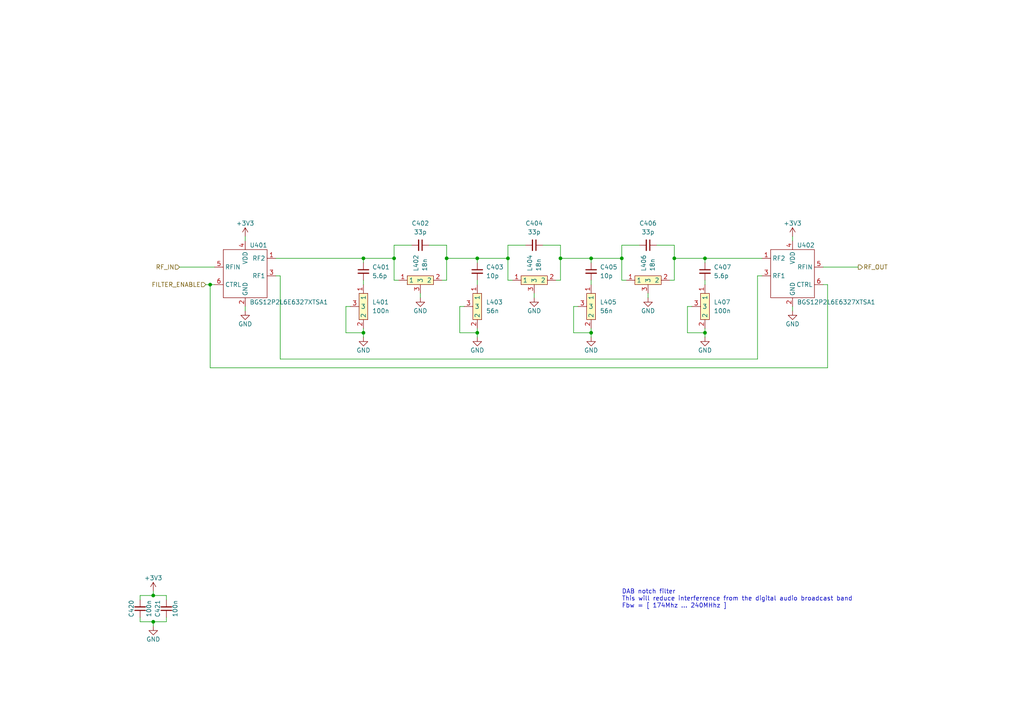
<source format=kicad_sch>
(kicad_sch (version 20211123) (generator eeschema)
  (paper "A4")
  (lib_symbols
    (symbol "Device:C_Small" (pin_numbers hide) (pin_names (offset 0.254) hide)
      (property "Reference" "C" (at 0.254 1.778 0))
      (property "Value" "C_Small" (at 0.254 -2.032 0))
      (symbol "C_Small_0_1"
        (polyline (pts (xy -1.524 -0.508) (xy 1.524 -0.508)) (stroke (width 0.3302)))
        (polyline (pts (xy -1.524 0.508) (xy 1.524 0.508)) (stroke (width 0.3048)))
      )
      (symbol "C_Small_1_1"
        (pin passive line (at 0 2.54 270) (length 2.032) (name "~") (number "1"))
        (pin passive line (at 0 -2.54 90) (length 2.032) (name "~") (number "2"))
      )
    )
    (symbol "frontEnd:BGS12P2L6E6327XTSA1"
      (property "Reference" "U" (at 7.62 6.35 0))
      (property "Value" "BGS12P2L6E6327XTSA1" (at 19.05 -11.43 0))
      (symbol "BGS12P2L6E6327XTSA1_0_1"
        (rectangle (start 0 5.08) (end 12.7 -8.89))
      )
      (symbol "BGS12P2L6E6327XTSA1_1_1"
        (pin input line (at 15.24 2.54 180) (length 2.54) (name "RF2") (number "1"))
        (pin input line (at 6.35 -11.43 90) (length 2.54) (name "GND") (number "2"))
        (pin input line (at 15.24 -2.54 180) (length 2.54) (name "RF1") (number "3"))
        (pin input line (at 6.35 7.62 270) (length 2.54) (name "VDD") (number "4"))
        (pin input line (at -2.54 0 0) (length 2.54) (name "RFIN") (number "5"))
        (pin input line (at -2.54 -5.08 0) (length 2.54) (name "CTRL") (number "6"))
      )
    )
    (symbol "frontEnd:DIY_COIL"
      (property "Reference" "L" (at -2.54 2.54 0))
      (property "Value" "DIY_COIL" (at 5.08 -2.54 0))
      (symbol "DIY_COIL_0_1"
        (rectangle (start -3.81 1.27) (end 3.81 -1.27) (fill (type background)))
      )
      (symbol "DIY_COIL_1_1"
        (pin input line (at -6.35 0 0) (length 2.54) (name "1") (number "1"))
        (pin input line (at 6.35 0 180) (length 2.54) (name "2") (number "2"))
        (pin input line (at 0 -3.81 90) (length 2.54) (name "3") (number "3"))
      )
    )
    (symbol "power:+3V3" (power) (pin_names (offset 0))
      (property "Value" "+3V3" (at 0 3.556 0))
      (symbol "+3V3_0_1"
        (polyline (pts (xy -0.762 1.27) (xy 0 2.54)))
        (polyline (pts (xy 0 0) (xy 0 2.54)))
        (polyline (pts (xy 0 2.54) (xy 0.762 1.27)))
      )
      (symbol "+3V3_1_1"
        (pin power_in line (at 0 0 90) (length 0) hide (name "+3V3") (number "1"))
      )
    )
    (symbol "power:GND" (power) (pin_names (offset 0))
      (property "Value" "GND" (at 0 -3.81 0))
      (symbol "GND_0_1"
        (polyline (pts (xy 0 0) (xy 0 -1.27) (xy 1.27 -1.27) (xy 0 -2.54) (xy -1.27 -1.27) (xy 0 -1.27)))
      )
      (symbol "GND_1_1"
        (pin power_in line (at 0 0 270) (length 0) hide (name "GND") (number "1"))
      )
    )
  )
  (junction (at 114.3 74.93))
  (junction (at 138.43 74.93))
  (junction (at 204.47 74.93))
  (junction (at 129.54 74.93))
  (junction (at 105.41 74.93))
  (junction (at 138.43 96.52))
  (junction (at 105.41 96.52))
  (junction (at 180.34 74.93))
  (junction (at 44.45 180.34))
  (junction (at 60.96 82.55))
  (junction (at 162.56 74.93))
  (junction (at 195.58 74.93))
  (junction (at 147.32 74.93))
  (junction (at 44.45 172.72))
  (junction (at 204.47 96.52))
  (junction (at 171.45 96.52))
  (junction (at 171.45 74.93))
  (wire (pts (xy 44.45 172.72) (xy 48.26 172.72)))
  (wire (pts (xy 229.87 68.58) (xy 229.87 69.85)))
  (wire (pts (xy 133.35 96.52) (xy 138.43 96.52)))
  (wire (pts (xy 185.42 71.12) (xy 180.34 71.12)))
  (wire (pts (xy 129.54 81.28) (xy 129.54 74.93)))
  (wire (pts (xy 100.33 96.52) (xy 105.41 96.52)))
  (wire (pts (xy 48.26 179.07) (xy 48.26 180.34)))
  (wire (pts (xy 162.56 81.28) (xy 162.56 74.93)))
  (wire (pts (xy 129.54 74.93) (xy 138.43 74.93)))
  (wire (pts (xy 240.03 106.68) (xy 60.96 106.68)))
  (wire (pts (xy 40.64 173.99) (xy 40.64 172.72)))
  (wire (pts (xy 166.37 88.9) (xy 166.37 96.52)))
  (wire (pts (xy 161.29 81.28) (xy 162.56 81.28)))
  (wire (pts (xy 162.56 71.12) (xy 162.56 74.93)))
  (wire (pts (xy 147.32 71.12) (xy 147.32 74.93)))
  (wire (pts (xy 162.56 74.93) (xy 171.45 74.93)))
  (wire (pts (xy 81.28 80.01) (xy 81.28 104.14)))
  (wire (pts (xy 60.96 106.68) (xy 60.96 82.55)))
  (wire (pts (xy 138.43 96.52) (xy 138.43 97.79)))
  (wire (pts (xy 100.33 88.9) (xy 100.33 96.52)))
  (wire (pts (xy 138.43 74.93) (xy 147.32 74.93)))
  (wire (pts (xy 204.47 95.25) (xy 204.47 96.52)))
  (wire (pts (xy 105.41 81.28) (xy 105.41 82.55)))
  (wire (pts (xy 60.96 82.55) (xy 62.23 82.55)))
  (wire (pts (xy 114.3 81.28) (xy 114.3 74.93)))
  (wire (pts (xy 166.37 96.52) (xy 171.45 96.52)))
  (wire (pts (xy 180.34 81.28) (xy 181.61 81.28)))
  (wire (pts (xy 44.45 180.34) (xy 48.26 180.34)))
  (wire (pts (xy 114.3 74.93) (xy 105.41 74.93)))
  (wire (pts (xy 40.64 180.34) (xy 44.45 180.34)))
  (wire (pts (xy 134.62 88.9) (xy 133.35 88.9)))
  (wire (pts (xy 199.39 88.9) (xy 199.39 96.52)))
  (wire (pts (xy 119.38 71.12) (xy 114.3 71.12)))
  (wire (pts (xy 105.41 74.93) (xy 105.41 76.2)))
  (wire (pts (xy 59.69 82.55) (xy 60.96 82.55)))
  (wire (pts (xy 157.48 71.12) (xy 162.56 71.12)))
  (wire (pts (xy 171.45 74.93) (xy 180.34 74.93)))
  (wire (pts (xy 204.47 81.28) (xy 204.47 82.55)))
  (wire (pts (xy 138.43 74.93) (xy 138.43 76.2)))
  (wire (pts (xy 115.57 81.28) (xy 114.3 81.28)))
  (wire (pts (xy 199.39 96.52) (xy 204.47 96.52)))
  (wire (pts (xy 138.43 81.28) (xy 138.43 82.55)))
  (wire (pts (xy 190.5 71.12) (xy 195.58 71.12)))
  (wire (pts (xy 44.45 180.34) (xy 44.45 181.61)))
  (wire (pts (xy 238.76 82.55) (xy 240.03 82.55)))
  (wire (pts (xy 133.35 88.9) (xy 133.35 96.52)))
  (wire (pts (xy 171.45 95.25) (xy 171.45 96.52)))
  (wire (pts (xy 40.64 179.07) (xy 40.64 180.34)))
  (wire (pts (xy 71.12 88.9) (xy 71.12 90.17)))
  (wire (pts (xy 229.87 88.9) (xy 229.87 90.17)))
  (wire (pts (xy 238.76 77.47) (xy 248.92 77.47)))
  (wire (pts (xy 81.28 104.14) (xy 219.71 104.14)))
  (wire (pts (xy 154.94 85.09) (xy 154.94 86.36)))
  (wire (pts (xy 200.66 88.9) (xy 199.39 88.9)))
  (wire (pts (xy 180.34 71.12) (xy 180.34 74.93)))
  (wire (pts (xy 152.4 71.12) (xy 147.32 71.12)))
  (wire (pts (xy 195.58 71.12) (xy 195.58 74.93)))
  (wire (pts (xy 195.58 81.28) (xy 195.58 74.93)))
  (wire (pts (xy 180.34 74.93) (xy 180.34 81.28)))
  (wire (pts (xy 147.32 74.93) (xy 147.32 81.28)))
  (wire (pts (xy 52.07 77.47) (xy 62.23 77.47)))
  (wire (pts (xy 128.27 81.28) (xy 129.54 81.28)))
  (wire (pts (xy 71.12 68.58) (xy 71.12 69.85)))
  (wire (pts (xy 138.43 95.25) (xy 138.43 96.52)))
  (wire (pts (xy 48.26 172.72) (xy 48.26 173.99)))
  (wire (pts (xy 147.32 81.28) (xy 148.59 81.28)))
  (wire (pts (xy 187.96 85.09) (xy 187.96 86.36)))
  (wire (pts (xy 204.47 76.2) (xy 204.47 74.93)))
  (wire (pts (xy 194.31 81.28) (xy 195.58 81.28)))
  (wire (pts (xy 80.01 74.93) (xy 105.41 74.93)))
  (wire (pts (xy 171.45 74.93) (xy 171.45 76.2)))
  (wire (pts (xy 129.54 71.12) (xy 129.54 74.93)))
  (wire (pts (xy 204.47 74.93) (xy 220.98 74.93)))
  (wire (pts (xy 171.45 81.28) (xy 171.45 82.55)))
  (wire (pts (xy 219.71 104.14) (xy 219.71 80.01)))
  (wire (pts (xy 124.46 71.12) (xy 129.54 71.12)))
  (wire (pts (xy 80.01 80.01) (xy 81.28 80.01)))
  (wire (pts (xy 40.64 172.72) (xy 44.45 172.72)))
  (wire (pts (xy 240.03 82.55) (xy 240.03 106.68)))
  (wire (pts (xy 44.45 171.45) (xy 44.45 172.72)))
  (wire (pts (xy 167.64 88.9) (xy 166.37 88.9)))
  (wire (pts (xy 105.41 95.25) (xy 105.41 96.52)))
  (wire (pts (xy 219.71 80.01) (xy 220.98 80.01)))
  (wire (pts (xy 105.41 96.52) (xy 105.41 97.79)))
  (wire (pts (xy 204.47 96.52) (xy 204.47 97.79)))
  (wire (pts (xy 101.6 88.9) (xy 100.33 88.9)))
  (wire (pts (xy 114.3 71.12) (xy 114.3 74.93)))
  (wire (pts (xy 195.58 74.93) (xy 204.47 74.93)))
  (wire (pts (xy 121.92 85.09) (xy 121.92 86.36)))
  (wire (pts (xy 171.45 96.52) (xy 171.45 97.79)))
  (text "DAB notch filter\nThis will reduce interferrence from the digital audio broadcast band\nFbw = [ 174Mhz ... 240MHhz ]" (at 180.34 176.53 0) (effects (font (size 1.27 1.27)) (justify left bottom)))
  (hierarchical_label "RF_OUT" (shape output) (at 248.92 77.47 0))
  (hierarchical_label "RF_IN" (shape input) (at 52.07 77.47 180))
  (hierarchical_label "FILTER_ENABLE" (shape input) (at 59.69 82.55 180))
  (symbol (lib_id "Device:C_Small") (at 40.64 176.53 180) (unit 1)
    (property "Reference" "C420" (at 38.1 176.53 90))
    (property "Value" "100n" (at 43.18 176.53 90))
    (property "Footprint" "Capacitor_SMD:C_0805_2012Metric" (effects hide))
  )
  (symbol (lib_id "frontEnd:DIY_COIL") (at 154.94 81.28 0) (unit 1)
    (property "Reference" "L404" (at 153.6699 78.74 90) (effects (justify left)))
    (property "Value" "18n" (at 156.2099 78.74 90) (effects (justify left)))
    (property "Footprint" "frontEnd:COIL" (effects hide))
  )
  (symbol (lib_id "power:GND") (at 187.96 86.36 0) (unit 1)
    (property "Reference" "#PWR?" (effects hide))
    (property "Value" "GND" (at 187.96 90.17 0))
  )
  (symbol (lib_id "power:+3V3") (at 44.45 171.45 0) (unit 1)
    (property "Reference" "#PWR?" (effects hide))
    (property "Value" "+3V3" (at 44.45 167.64 0))
  )
  (symbol (lib_id "power:GND") (at 171.45 97.79 0) (unit 1)
    (property "Reference" "#PWR?" (effects hide))
    (property "Value" "GND" (at 171.45 101.6 0))
  )
  (symbol (lib_id "power:GND") (at 44.45 181.61 0) (unit 1)
    (property "Reference" "#PWR?" (effects hide))
    (property "Value" "GND" (at 44.45 185.42 0))
  )
  (symbol (lib_id "frontEnd:DIY_COIL") (at 121.92 81.28 0) (unit 1)
    (property "Reference" "L402" (at 120.6499 78.74 90) (effects (justify left)))
    (property "Value" "18n" (at 123.1899 78.74 90) (effects (justify left)))
    (property "Footprint" "frontEnd:COIL" (effects hide))
  )
  (symbol (lib_id "Device:C_Small") (at 171.45 78.74 0) (unit 1)
    (property "Reference" "C405" (at 173.99 77.4762 0) (effects (justify left)))
    (property "Value" "10p" (at 173.99 80.0162 0) (effects (justify left)))
    (property "Footprint" "Capacitor_SMD:C_0805_2012Metric" (effects hide))
  )
  (symbol (lib_id "power:+3V3") (at 229.87 68.58 0) (unit 1)
    (property "Reference" "#PWR?" (effects hide))
    (property "Value" "+3V3" (at 229.87 64.77 0))
  )
  (symbol (lib_id "power:GND") (at 204.47 97.79 0) (unit 1)
    (property "Reference" "#PWR?" (effects hide))
    (property "Value" "GND" (at 204.47 101.6 0))
  )
  (symbol (lib_id "Device:C_Small") (at 138.43 78.74 0) (unit 1)
    (property "Reference" "C403" (at 140.97 77.4762 0) (effects (justify left)))
    (property "Value" "10p" (at 140.97 80.0162 0) (effects (justify left)))
    (property "Footprint" "Capacitor_SMD:C_0805_2012Metric" (effects hide))
  )
  (symbol (lib_id "frontEnd:BGS12P2L6E6327XTSA1") (at 64.77 77.47 0) (unit 1)
    (property "Reference" "U401" (at 72.39 71.12 0) (effects (justify left)))
    (property "Value" "BGS12P2L6E6327XTSA1" (at 72.39 87.63 0) (effects (justify left)))
  )
  (symbol (lib_id "power:GND") (at 154.94 86.36 0) (unit 1)
    (property "Reference" "#PWR?" (effects hide))
    (property "Value" "GND" (at 154.94 90.17 0))
  )
  (symbol (lib_id "frontEnd:DIY_COIL") (at 171.45 88.9 270) (unit 1)
    (property "Reference" "L405" (at 173.99 87.6299 90) (effects (justify left)))
    (property "Value" "56n" (at 173.99 90.1699 90) (effects (justify left)))
    (property "Footprint" "frontEnd:COIL" (effects hide))
  )
  (symbol (lib_id "power:GND") (at 138.43 97.79 0) (unit 1)
    (property "Reference" "#PWR?" (effects hide))
    (property "Value" "GND" (at 138.43 101.6 0))
  )
  (symbol (lib_id "Device:C_Small") (at 204.47 78.74 0) (unit 1)
    (property "Reference" "C407" (at 207.01 77.4762 0) (effects (justify left)))
    (property "Value" "5.6p" (at 207.01 80.0162 0) (effects (justify left)))
    (property "Footprint" "Capacitor_SMD:C_0805_2012Metric" (effects hide))
  )
  (symbol (lib_id "Device:C_Small") (at 105.41 78.74 0) (unit 1)
    (property "Reference" "C401" (at 107.95 77.4762 0) (effects (justify left)))
    (property "Value" "5.6p" (at 107.95 80.0162 0) (effects (justify left)))
    (property "Footprint" "Capacitor_SMD:C_0805_2012Metric" (effects hide))
  )
  (symbol (lib_id "frontEnd:BGS12P2L6E6327XTSA1") (at 236.22 77.47 0) (mirror y) (unit 1)
    (property "Reference" "U402" (at 231.14 71.12 0) (effects (justify right)))
    (property "Value" "BGS12P2L6E6327XTSA1" (at 231.14 87.63 0) (effects (justify right)))
  )
  (symbol (lib_id "Device:C_Small") (at 48.26 176.53 180) (unit 1)
    (property "Reference" "C421" (at 45.72 176.53 90))
    (property "Value" "100n" (at 50.8 176.53 90))
    (property "Footprint" "Capacitor_SMD:C_0805_2012Metric" (effects hide))
  )
  (symbol (lib_id "power:GND") (at 121.92 86.36 0) (unit 1)
    (property "Reference" "#PWR?" (effects hide))
    (property "Value" "GND" (at 121.92 90.17 0))
  )
  (symbol (lib_id "Device:C_Small") (at 154.94 71.12 270) (unit 1)
    (property "Reference" "C404" (at 154.9336 64.77 90))
    (property "Value" "33p" (at 154.9336 67.31 90))
    (property "Footprint" "Capacitor_SMD:C_0805_2012Metric" (effects hide))
  )
  (symbol (lib_id "power:+3V3") (at 71.12 68.58 0) (unit 1)
    (property "Reference" "#PWR?" (effects hide))
    (property "Value" "+3V3" (at 71.12 64.77 0))
  )
  (symbol (lib_id "frontEnd:DIY_COIL") (at 187.96 81.28 0) (unit 1)
    (property "Reference" "L406" (at 186.6899 78.74 90) (effects (justify left)))
    (property "Value" "18n" (at 189.2299 78.74 90) (effects (justify left)))
    (property "Footprint" "frontEnd:COIL" (effects hide))
  )
  (symbol (lib_id "power:GND") (at 105.41 97.79 0) (unit 1)
    (property "Reference" "#PWR?" (effects hide))
    (property "Value" "GND" (at 105.41 101.6 0))
  )
  (symbol (lib_id "frontEnd:DIY_COIL") (at 138.43 88.9 270) (unit 1)
    (property "Reference" "L403" (at 140.97 87.6299 90) (effects (justify left)))
    (property "Value" "56n" (at 140.97 90.1699 90) (effects (justify left)))
    (property "Footprint" "frontEnd:COIL" (effects hide))
  )
  (symbol (lib_id "power:GND") (at 229.87 90.17 0) (unit 1)
    (property "Reference" "#PWR?" (effects hide))
    (property "Value" "GND" (at 229.87 93.98 0))
  )
  (symbol (lib_id "frontEnd:DIY_COIL") (at 204.47 88.9 270) (unit 1)
    (property "Reference" "L407" (at 207.01 87.6299 90) (effects (justify left)))
    (property "Value" "100n" (at 207.01 90.1699 90) (effects (justify left)))
    (property "Footprint" "frontEnd:COIL" (effects hide))
  )
  (symbol (lib_id "Device:C_Small") (at 187.96 71.12 270) (unit 1)
    (property "Reference" "C406" (at 187.9536 64.77 90))
    (property "Value" "33p" (at 187.9536 67.31 90))
    (property "Footprint" "Capacitor_SMD:C_0805_2012Metric" (effects hide))
  )
  (symbol (lib_id "Device:C_Small") (at 121.92 71.12 270) (unit 1)
    (property "Reference" "C402" (at 121.9136 64.77 90))
    (property "Value" "33p" (at 121.9136 67.31 90))
    (property "Footprint" "Capacitor_SMD:C_0805_2012Metric" (effects hide))
  )
  (symbol (lib_id "frontEnd:DIY_COIL") (at 105.41 88.9 270) (unit 1)
    (property "Reference" "L401" (at 107.95 87.6299 90) (effects (justify left)))
    (property "Value" "100n" (at 107.95 90.1699 90) (effects (justify left)))
    (property "Footprint" "frontEnd:COIL" (effects hide))
  )
  (symbol (lib_id "power:GND") (at 71.12 90.17 0) (unit 1)
    (property "Reference" "#PWR?" (effects hide))
    (property "Value" "GND" (at 71.12 93.98 0))
  )
)
</source>
